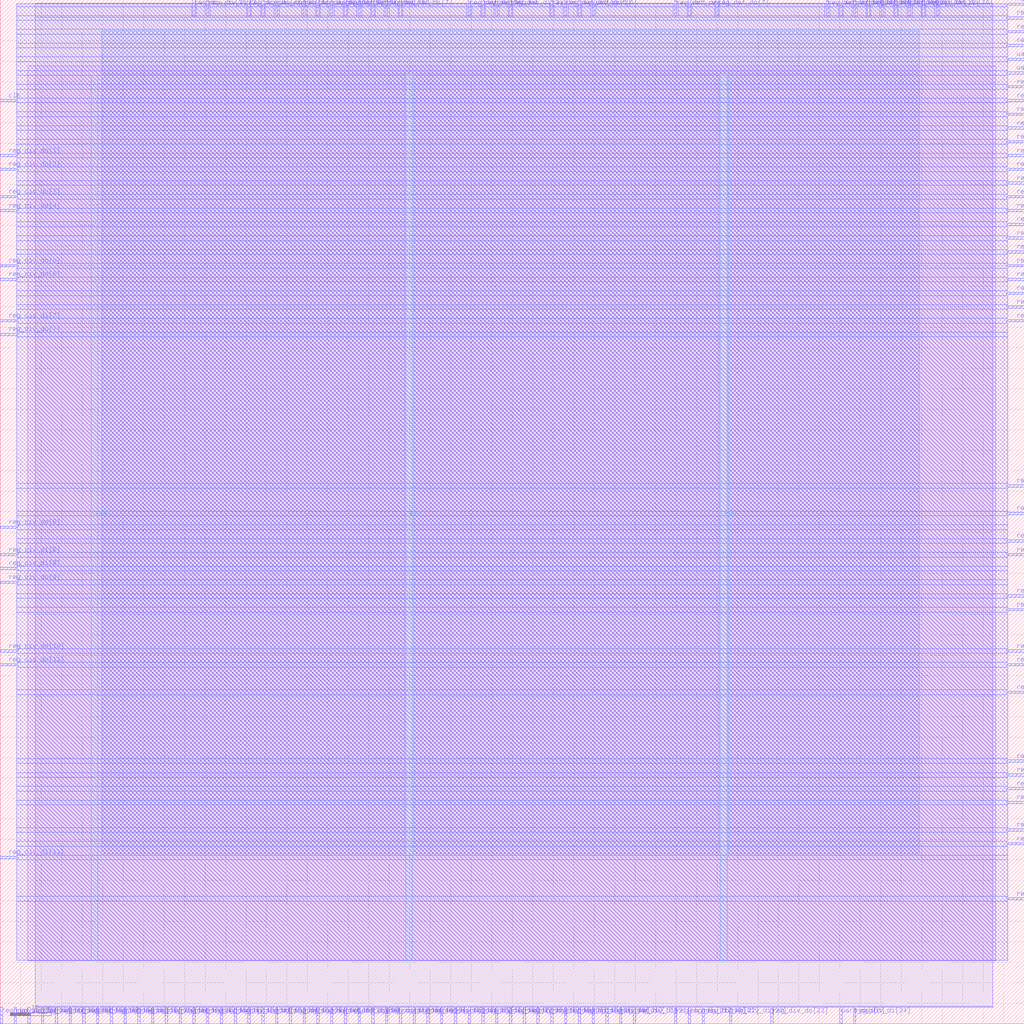
<source format=lef>
VERSION 5.7 ;
  NOWIREEXTENSIONATPIN ON ;
  DIVIDERCHAR "/" ;
  BUSBITCHARS "[]" ;
MACRO simpleuart
  CLASS BLOCK ;
  FOREIGN simpleuart ;
  ORIGIN 0.000 0.000 ;
  SIZE 250.000 BY 250.000 ;
  PIN clk
    DIRECTION INPUT ;
    USE SIGNAL ;
    ANTENNAGATEAREA 4.738000 ;
    ANTENNADIFFAREA 0.410400 ;
    PORT
      LAYER Metal3 ;
        RECT 0.000 225.120 4.000 225.680 ;
    END
  END clk
  PIN reg_dat_di[0]
    DIRECTION INPUT ;
    USE SIGNAL ;
    ANTENNAGATEAREA 0.741000 ;
    ANTENNADIFFAREA 0.410400 ;
    PORT
      LAYER Metal2 ;
        RECT 137.760 246.000 138.320 250.000 ;
    END
  END reg_dat_di[0]
  PIN reg_dat_di[10]
    DIRECTION INPUT ;
    USE SIGNAL ;
    PORT
      LAYER Metal2 ;
        RECT 114.240 0.000 114.800 4.000 ;
    END
  END reg_dat_di[10]
  PIN reg_dat_di[11]
    DIRECTION INPUT ;
    USE SIGNAL ;
    PORT
      LAYER Metal2 ;
        RECT 6.720 0.000 7.280 4.000 ;
    END
  END reg_dat_di[11]
  PIN reg_dat_di[12]
    DIRECTION INPUT ;
    USE SIGNAL ;
    PORT
      LAYER Metal2 ;
        RECT 104.160 0.000 104.720 4.000 ;
    END
  END reg_dat_di[12]
  PIN reg_dat_di[13]
    DIRECTION INPUT ;
    USE SIGNAL ;
    PORT
      LAYER Metal2 ;
        RECT 16.800 0.000 17.360 4.000 ;
    END
  END reg_dat_di[13]
  PIN reg_dat_di[14]
    DIRECTION INPUT ;
    USE SIGNAL ;
    PORT
      LAYER Metal2 ;
        RECT 26.880 0.000 27.440 4.000 ;
    END
  END reg_dat_di[14]
  PIN reg_dat_di[15]
    DIRECTION INPUT ;
    USE SIGNAL ;
    PORT
      LAYER Metal2 ;
        RECT 23.520 0.000 24.080 4.000 ;
    END
  END reg_dat_di[15]
  PIN reg_dat_di[16]
    DIRECTION INPUT ;
    USE SIGNAL ;
    PORT
      LAYER Metal2 ;
        RECT 20.160 0.000 20.720 4.000 ;
    END
  END reg_dat_di[16]
  PIN reg_dat_di[17]
    DIRECTION INPUT ;
    USE SIGNAL ;
    PORT
      LAYER Metal2 ;
        RECT 151.200 0.000 151.760 4.000 ;
    END
  END reg_dat_di[17]
  PIN reg_dat_di[18]
    DIRECTION INPUT ;
    USE SIGNAL ;
    PORT
      LAYER Metal2 ;
        RECT 84.000 0.000 84.560 4.000 ;
    END
  END reg_dat_di[18]
  PIN reg_dat_di[19]
    DIRECTION INPUT ;
    USE SIGNAL ;
    PORT
      LAYER Metal2 ;
        RECT 30.240 0.000 30.800 4.000 ;
    END
  END reg_dat_di[19]
  PIN reg_dat_di[1]
    DIRECTION INPUT ;
    USE SIGNAL ;
    ANTENNAGATEAREA 0.741000 ;
    ANTENNADIFFAREA 0.410400 ;
    PORT
      LAYER Metal2 ;
        RECT 141.120 246.000 141.680 250.000 ;
    END
  END reg_dat_di[1]
  PIN reg_dat_di[20]
    DIRECTION INPUT ;
    USE SIGNAL ;
    PORT
      LAYER Metal2 ;
        RECT 33.600 0.000 34.160 4.000 ;
    END
  END reg_dat_di[20]
  PIN reg_dat_di[21]
    DIRECTION INPUT ;
    USE SIGNAL ;
    PORT
      LAYER Metal2 ;
        RECT 90.720 0.000 91.280 4.000 ;
    END
  END reg_dat_di[21]
  PIN reg_dat_di[22]
    DIRECTION INPUT ;
    USE SIGNAL ;
    PORT
      LAYER Metal2 ;
        RECT 124.320 0.000 124.880 4.000 ;
    END
  END reg_dat_di[22]
  PIN reg_dat_di[23]
    DIRECTION INPUT ;
    USE SIGNAL ;
    PORT
      LAYER Metal2 ;
        RECT 43.680 0.000 44.240 4.000 ;
    END
  END reg_dat_di[23]
  PIN reg_dat_di[24]
    DIRECTION INPUT ;
    USE SIGNAL ;
    PORT
      LAYER Metal2 ;
        RECT 3.360 0.000 3.920 4.000 ;
    END
  END reg_dat_di[24]
  PIN reg_dat_di[25]
    DIRECTION INPUT ;
    USE SIGNAL ;
    PORT
      LAYER Metal2 ;
        RECT 13.440 0.000 14.000 4.000 ;
    END
  END reg_dat_di[25]
  PIN reg_dat_di[26]
    DIRECTION INPUT ;
    USE SIGNAL ;
    PORT
      LAYER Metal2 ;
        RECT 0.000 0.000 0.560 4.000 ;
    END
  END reg_dat_di[26]
  PIN reg_dat_di[27]
    DIRECTION INPUT ;
    USE SIGNAL ;
    PORT
      LAYER Metal2 ;
        RECT 110.880 0.000 111.440 4.000 ;
    END
  END reg_dat_di[27]
  PIN reg_dat_di[28]
    DIRECTION INPUT ;
    USE SIGNAL ;
    PORT
      LAYER Metal2 ;
        RECT 70.560 0.000 71.120 4.000 ;
    END
  END reg_dat_di[28]
  PIN reg_dat_di[29]
    DIRECTION INPUT ;
    USE SIGNAL ;
    PORT
      LAYER Metal2 ;
        RECT 63.840 0.000 64.400 4.000 ;
    END
  END reg_dat_di[29]
  PIN reg_dat_di[2]
    DIRECTION INPUT ;
    USE SIGNAL ;
    ANTENNAGATEAREA 0.741000 ;
    ANTENNADIFFAREA 0.410400 ;
    PORT
      LAYER Metal2 ;
        RECT 124.320 246.000 124.880 250.000 ;
    END
  END reg_dat_di[2]
  PIN reg_dat_di[30]
    DIRECTION INPUT ;
    USE SIGNAL ;
    PORT
      LAYER Metal2 ;
        RECT 10.080 0.000 10.640 4.000 ;
    END
  END reg_dat_di[30]
  PIN reg_dat_di[31]
    DIRECTION INPUT ;
    USE SIGNAL ;
    PORT
      LAYER Metal2 ;
        RECT 80.640 0.000 81.200 4.000 ;
    END
  END reg_dat_di[31]
  PIN reg_dat_di[3]
    DIRECTION INPUT ;
    USE SIGNAL ;
    ANTENNAGATEAREA 0.741000 ;
    ANTENNADIFFAREA 0.410400 ;
    PORT
      LAYER Metal2 ;
        RECT 114.240 246.000 114.800 250.000 ;
    END
  END reg_dat_di[3]
  PIN reg_dat_di[4]
    DIRECTION INPUT ;
    USE SIGNAL ;
    ANTENNAGATEAREA 0.741000 ;
    ANTENNADIFFAREA 0.410400 ;
    PORT
      LAYER Metal2 ;
        RECT 94.080 246.000 94.640 250.000 ;
    END
  END reg_dat_di[4]
  PIN reg_dat_di[5]
    DIRECTION INPUT ;
    USE SIGNAL ;
    ANTENNAGATEAREA 0.741000 ;
    ANTENNADIFFAREA 0.410400 ;
    PORT
      LAYER Metal2 ;
        RECT 84.000 246.000 84.560 250.000 ;
    END
  END reg_dat_di[5]
  PIN reg_dat_di[6]
    DIRECTION INPUT ;
    USE SIGNAL ;
    ANTENNAGATEAREA 0.741000 ;
    ANTENNADIFFAREA 0.410400 ;
    PORT
      LAYER Metal2 ;
        RECT 87.360 246.000 87.920 250.000 ;
    END
  END reg_dat_di[6]
  PIN reg_dat_di[7]
    DIRECTION INPUT ;
    USE SIGNAL ;
    ANTENNAGATEAREA 0.741000 ;
    ANTENNADIFFAREA 0.410400 ;
    PORT
      LAYER Metal2 ;
        RECT 97.440 246.000 98.000 250.000 ;
    END
  END reg_dat_di[7]
  PIN reg_dat_di[8]
    DIRECTION INPUT ;
    USE SIGNAL ;
    PORT
      LAYER Metal2 ;
        RECT 141.120 0.000 141.680 4.000 ;
    END
  END reg_dat_di[8]
  PIN reg_dat_di[9]
    DIRECTION INPUT ;
    USE SIGNAL ;
    PORT
      LAYER Metal2 ;
        RECT 100.800 0.000 101.360 4.000 ;
    END
  END reg_dat_di[9]
  PIN reg_dat_do[0]
    DIRECTION OUTPUT TRISTATE ;
    USE SIGNAL ;
    ANTENNADIFFAREA 4.731200 ;
    PORT
      LAYER Metal3 ;
        RECT 246.000 171.360 250.000 171.920 ;
    END
  END reg_dat_do[0]
  PIN reg_dat_do[10]
    DIRECTION OUTPUT TRISTATE ;
    USE SIGNAL ;
    ANTENNADIFFAREA 4.731200 ;
    PORT
      LAYER Metal3 ;
        RECT 246.000 248.640 250.000 249.200 ;
    END
  END reg_dat_do[10]
  PIN reg_dat_do[11]
    DIRECTION OUTPUT TRISTATE ;
    USE SIGNAL ;
    ANTENNADIFFAREA 4.731200 ;
    PORT
      LAYER Metal3 ;
        RECT 246.000 178.080 250.000 178.640 ;
    END
  END reg_dat_do[11]
  PIN reg_dat_do[12]
    DIRECTION OUTPUT TRISTATE ;
    USE SIGNAL ;
    ANTENNADIFFAREA 4.731200 ;
    PORT
      LAYER Metal3 ;
        RECT 246.000 245.280 250.000 245.840 ;
    END
  END reg_dat_do[12]
  PIN reg_dat_do[13]
    DIRECTION OUTPUT TRISTATE ;
    USE SIGNAL ;
    ANTENNADIFFAREA 4.731200 ;
    PORT
      LAYER Metal2 ;
        RECT 225.120 246.000 225.680 250.000 ;
    END
  END reg_dat_do[13]
  PIN reg_dat_do[14]
    DIRECTION OUTPUT TRISTATE ;
    USE SIGNAL ;
    ANTENNADIFFAREA 4.731200 ;
    PORT
      LAYER Metal2 ;
        RECT 201.600 246.000 202.160 250.000 ;
    END
  END reg_dat_do[14]
  PIN reg_dat_do[15]
    DIRECTION OUTPUT TRISTATE ;
    USE SIGNAL ;
    ANTENNADIFFAREA 4.731200 ;
    PORT
      LAYER Metal3 ;
        RECT 246.000 241.920 250.000 242.480 ;
    END
  END reg_dat_do[15]
  PIN reg_dat_do[16]
    DIRECTION OUTPUT TRISTATE ;
    USE SIGNAL ;
    ANTENNADIFFAREA 4.731200 ;
    PORT
      LAYER Metal3 ;
        RECT 246.000 215.040 250.000 215.600 ;
    END
  END reg_dat_do[16]
  PIN reg_dat_do[17]
    DIRECTION OUTPUT TRISTATE ;
    USE SIGNAL ;
    ANTENNADIFFAREA 4.731200 ;
    PORT
      LAYER Metal3 ;
        RECT 246.000 221.760 250.000 222.320 ;
    END
  END reg_dat_do[17]
  PIN reg_dat_do[18]
    DIRECTION OUTPUT TRISTATE ;
    USE SIGNAL ;
    ANTENNADIFFAREA 4.731200 ;
    PORT
      LAYER Metal2 ;
        RECT 211.680 246.000 212.240 250.000 ;
    END
  END reg_dat_do[18]
  PIN reg_dat_do[19]
    DIRECTION OUTPUT TRISTATE ;
    USE SIGNAL ;
    ANTENNADIFFAREA 4.731200 ;
    PORT
      LAYER Metal3 ;
        RECT 246.000 225.120 250.000 225.680 ;
    END
  END reg_dat_do[19]
  PIN reg_dat_do[1]
    DIRECTION OUTPUT TRISTATE ;
    USE SIGNAL ;
    ANTENNADIFFAREA 4.731200 ;
    PORT
      LAYER Metal3 ;
        RECT 246.000 191.520 250.000 192.080 ;
    END
  END reg_dat_do[1]
  PIN reg_dat_do[20]
    DIRECTION OUTPUT TRISTATE ;
    USE SIGNAL ;
    ANTENNADIFFAREA 4.731200 ;
    PORT
      LAYER Metal2 ;
        RECT 221.760 246.000 222.320 250.000 ;
    END
  END reg_dat_do[20]
  PIN reg_dat_do[21]
    DIRECTION OUTPUT TRISTATE ;
    USE SIGNAL ;
    ANTENNADIFFAREA 4.731200 ;
    PORT
      LAYER Metal3 ;
        RECT 246.000 211.680 250.000 212.240 ;
    END
  END reg_dat_do[21]
  PIN reg_dat_do[22]
    DIRECTION OUTPUT TRISTATE ;
    USE SIGNAL ;
    ANTENNADIFFAREA 4.731200 ;
    PORT
      LAYER Metal3 ;
        RECT 246.000 174.720 250.000 175.280 ;
    END
  END reg_dat_do[22]
  PIN reg_dat_do[23]
    DIRECTION OUTPUT TRISTATE ;
    USE SIGNAL ;
    ANTENNADIFFAREA 4.731200 ;
    PORT
      LAYER Metal3 ;
        RECT 246.000 181.440 250.000 182.000 ;
    END
  END reg_dat_do[23]
  PIN reg_dat_do[24]
    DIRECTION OUTPUT TRISTATE ;
    USE SIGNAL ;
    ANTENNADIFFAREA 4.731200 ;
    PORT
      LAYER Metal3 ;
        RECT 246.000 228.480 250.000 229.040 ;
    END
  END reg_dat_do[24]
  PIN reg_dat_do[25]
    DIRECTION OUTPUT TRISTATE ;
    USE SIGNAL ;
    ANTENNADIFFAREA 4.731200 ;
    PORT
      LAYER Metal3 ;
        RECT 246.000 218.400 250.000 218.960 ;
    END
  END reg_dat_do[25]
  PIN reg_dat_do[26]
    DIRECTION OUTPUT TRISTATE ;
    USE SIGNAL ;
    ANTENNADIFFAREA 4.731200 ;
    PORT
      LAYER Metal2 ;
        RECT 204.960 246.000 205.520 250.000 ;
    END
  END reg_dat_do[26]
  PIN reg_dat_do[27]
    DIRECTION OUTPUT TRISTATE ;
    USE SIGNAL ;
    ANTENNADIFFAREA 4.731200 ;
    PORT
      LAYER Metal2 ;
        RECT 208.320 246.000 208.880 250.000 ;
    END
  END reg_dat_do[27]
  PIN reg_dat_do[28]
    DIRECTION OUTPUT TRISTATE ;
    USE SIGNAL ;
    ANTENNADIFFAREA 4.731200 ;
    PORT
      LAYER Metal2 ;
        RECT 215.040 246.000 215.600 250.000 ;
    END
  END reg_dat_do[28]
  PIN reg_dat_do[29]
    DIRECTION OUTPUT TRISTATE ;
    USE SIGNAL ;
    ANTENNADIFFAREA 4.731200 ;
    PORT
      LAYER Metal3 ;
        RECT 246.000 238.560 250.000 239.120 ;
    END
  END reg_dat_do[29]
  PIN reg_dat_do[2]
    DIRECTION OUTPUT TRISTATE ;
    USE SIGNAL ;
    ANTENNADIFFAREA 4.731200 ;
    PORT
      LAYER Metal3 ;
        RECT 246.000 201.600 250.000 202.160 ;
    END
  END reg_dat_do[2]
  PIN reg_dat_do[30]
    DIRECTION OUTPUT TRISTATE ;
    USE SIGNAL ;
    ANTENNADIFFAREA 4.731200 ;
    PORT
      LAYER Metal2 ;
        RECT 228.480 246.000 229.040 250.000 ;
    END
  END reg_dat_do[30]
  PIN reg_dat_do[31]
    DIRECTION OUTPUT TRISTATE ;
    USE SIGNAL ;
    ANTENNADIFFAREA 4.731200 ;
    PORT
      LAYER Metal3 ;
        RECT 246.000 188.160 250.000 188.720 ;
    END
  END reg_dat_do[31]
  PIN reg_dat_do[3]
    DIRECTION OUTPUT TRISTATE ;
    USE SIGNAL ;
    ANTENNADIFFAREA 4.731200 ;
    PORT
      LAYER Metal3 ;
        RECT 246.000 194.880 250.000 195.440 ;
    END
  END reg_dat_do[3]
  PIN reg_dat_do[4]
    DIRECTION OUTPUT TRISTATE ;
    USE SIGNAL ;
    ANTENNADIFFAREA 4.731200 ;
    PORT
      LAYER Metal3 ;
        RECT 246.000 198.240 250.000 198.800 ;
    END
  END reg_dat_do[4]
  PIN reg_dat_do[5]
    DIRECTION OUTPUT TRISTATE ;
    USE SIGNAL ;
    ANTENNADIFFAREA 4.731200 ;
    PORT
      LAYER Metal3 ;
        RECT 246.000 208.320 250.000 208.880 ;
    END
  END reg_dat_do[5]
  PIN reg_dat_do[6]
    DIRECTION OUTPUT TRISTATE ;
    USE SIGNAL ;
    ANTENNADIFFAREA 4.731200 ;
    PORT
      LAYER Metal3 ;
        RECT 246.000 184.800 250.000 185.360 ;
    END
  END reg_dat_do[6]
  PIN reg_dat_do[7]
    DIRECTION OUTPUT TRISTATE ;
    USE SIGNAL ;
    ANTENNADIFFAREA 4.731200 ;
    PORT
      LAYER Metal2 ;
        RECT 174.720 246.000 175.280 250.000 ;
    END
  END reg_dat_do[7]
  PIN reg_dat_do[8]
    DIRECTION OUTPUT TRISTATE ;
    USE SIGNAL ;
    ANTENNADIFFAREA 4.731200 ;
    PORT
      LAYER Metal2 ;
        RECT 218.400 246.000 218.960 250.000 ;
    END
  END reg_dat_do[8]
  PIN reg_dat_do[9]
    DIRECTION OUTPUT TRISTATE ;
    USE SIGNAL ;
    ANTENNADIFFAREA 4.731200 ;
    PORT
      LAYER Metal3 ;
        RECT 246.000 204.960 250.000 205.520 ;
    END
  END reg_dat_do[9]
  PIN reg_dat_re
    DIRECTION INPUT ;
    USE SIGNAL ;
    ANTENNAGATEAREA 0.741000 ;
    ANTENNADIFFAREA 0.410400 ;
    PORT
      LAYER Metal2 ;
        RECT 164.640 246.000 165.200 250.000 ;
    END
  END reg_dat_re
  PIN reg_dat_wait
    DIRECTION OUTPUT TRISTATE ;
    USE SIGNAL ;
    ANTENNADIFFAREA 4.731200 ;
    PORT
      LAYER Metal2 ;
        RECT 117.600 246.000 118.160 250.000 ;
    END
  END reg_dat_wait
  PIN reg_dat_we
    DIRECTION INPUT ;
    USE SIGNAL ;
    ANTENNAGATEAREA 0.741000 ;
    ANTENNADIFFAREA 0.410400 ;
    PORT
      LAYER Metal2 ;
        RECT 120.960 246.000 121.520 250.000 ;
    END
  END reg_dat_we
  PIN reg_div_di[0]
    DIRECTION INPUT ;
    USE SIGNAL ;
    ANTENNAGATEAREA 0.741000 ;
    ANTENNADIFFAREA 0.410400 ;
    PORT
      LAYER Metal2 ;
        RECT 63.840 246.000 64.400 250.000 ;
    END
  END reg_div_di[0]
  PIN reg_div_di[10]
    DIRECTION INPUT ;
    USE SIGNAL ;
    ANTENNAGATEAREA 0.741000 ;
    ANTENNADIFFAREA 0.410400 ;
    PORT
      LAYER Metal2 ;
        RECT 36.960 0.000 37.520 4.000 ;
    END
  END reg_div_di[10]
  PIN reg_div_di[11]
    DIRECTION INPUT ;
    USE SIGNAL ;
    ANTENNAGATEAREA 0.741000 ;
    ANTENNADIFFAREA 0.410400 ;
    PORT
      LAYER Metal3 ;
        RECT 0.000 40.320 4.000 40.880 ;
    END
  END reg_div_di[11]
  PIN reg_div_di[12]
    DIRECTION INPUT ;
    USE SIGNAL ;
    ANTENNAGATEAREA 0.741000 ;
    ANTENNADIFFAREA 0.410400 ;
    PORT
      LAYER Metal2 ;
        RECT 40.320 0.000 40.880 4.000 ;
    END
  END reg_div_di[12]
  PIN reg_div_di[13]
    DIRECTION INPUT ;
    USE SIGNAL ;
    ANTENNAGATEAREA 0.741000 ;
    ANTENNADIFFAREA 0.410400 ;
    PORT
      LAYER Metal2 ;
        RECT 47.040 0.000 47.600 4.000 ;
    END
  END reg_div_di[13]
  PIN reg_div_di[14]
    DIRECTION INPUT ;
    USE SIGNAL ;
    ANTENNAGATEAREA 0.741000 ;
    ANTENNADIFFAREA 0.410400 ;
    PORT
      LAYER Metal2 ;
        RECT 57.120 0.000 57.680 4.000 ;
    END
  END reg_div_di[14]
  PIN reg_div_di[15]
    DIRECTION INPUT ;
    USE SIGNAL ;
    ANTENNAGATEAREA 0.741000 ;
    ANTENNADIFFAREA 0.410400 ;
    PORT
      LAYER Metal2 ;
        RECT 67.200 0.000 67.760 4.000 ;
    END
  END reg_div_di[15]
  PIN reg_div_di[16]
    DIRECTION INPUT ;
    USE SIGNAL ;
    ANTENNAGATEAREA 0.741000 ;
    ANTENNADIFFAREA 0.410400 ;
    PORT
      LAYER Metal2 ;
        RECT 97.440 0.000 98.000 4.000 ;
    END
  END reg_div_di[16]
  PIN reg_div_di[17]
    DIRECTION INPUT ;
    USE SIGNAL ;
    ANTENNAGATEAREA 0.741000 ;
    ANTENNADIFFAREA 0.410400 ;
    PORT
      LAYER Metal2 ;
        RECT 107.520 0.000 108.080 4.000 ;
    END
  END reg_div_di[17]
  PIN reg_div_di[18]
    DIRECTION INPUT ;
    USE SIGNAL ;
    ANTENNAGATEAREA 0.741000 ;
    ANTENNADIFFAREA 0.410400 ;
    PORT
      LAYER Metal2 ;
        RECT 117.600 0.000 118.160 4.000 ;
    END
  END reg_div_di[18]
  PIN reg_div_di[19]
    DIRECTION INPUT ;
    USE SIGNAL ;
    ANTENNAGATEAREA 0.741000 ;
    ANTENNADIFFAREA 0.410400 ;
    PORT
      LAYER Metal2 ;
        RECT 131.040 0.000 131.600 4.000 ;
    END
  END reg_div_di[19]
  PIN reg_div_di[1]
    DIRECTION INPUT ;
    USE SIGNAL ;
    ANTENNAGATEAREA 0.741000 ;
    ANTENNADIFFAREA 0.410400 ;
    PORT
      LAYER Metal2 ;
        RECT 67.200 246.000 67.760 250.000 ;
    END
  END reg_div_di[1]
  PIN reg_div_di[20]
    DIRECTION INPUT ;
    USE SIGNAL ;
    ANTENNAGATEAREA 0.741000 ;
    ANTENNADIFFAREA 0.410400 ;
    PORT
      LAYER Metal2 ;
        RECT 144.480 0.000 145.040 4.000 ;
    END
  END reg_div_di[20]
  PIN reg_div_di[21]
    DIRECTION INPUT ;
    USE SIGNAL ;
    ANTENNAGATEAREA 0.741000 ;
    ANTENNADIFFAREA 0.410400 ;
    PORT
      LAYER Metal2 ;
        RECT 154.560 0.000 155.120 4.000 ;
    END
  END reg_div_di[21]
  PIN reg_div_di[22]
    DIRECTION INPUT ;
    USE SIGNAL ;
    ANTENNAGATEAREA 0.741000 ;
    ANTENNADIFFAREA 0.410400 ;
    PORT
      LAYER Metal2 ;
        RECT 168.000 0.000 168.560 4.000 ;
    END
  END reg_div_di[22]
  PIN reg_div_di[23]
    DIRECTION INPUT ;
    USE SIGNAL ;
    ANTENNAGATEAREA 0.741000 ;
    ANTENNADIFFAREA 0.410400 ;
    PORT
      LAYER Metal2 ;
        RECT 178.080 0.000 178.640 4.000 ;
    END
  END reg_div_di[23]
  PIN reg_div_di[24]
    DIRECTION INPUT ;
    USE SIGNAL ;
    ANTENNAGATEAREA 0.741000 ;
    ANTENNADIFFAREA 0.410400 ;
    PORT
      LAYER Metal2 ;
        RECT 208.320 0.000 208.880 4.000 ;
    END
  END reg_div_di[24]
  PIN reg_div_di[25]
    DIRECTION INPUT ;
    USE SIGNAL ;
    ANTENNAGATEAREA 0.741000 ;
    ANTENNADIFFAREA 0.410400 ;
    PORT
      LAYER Metal3 ;
        RECT 246.000 43.680 250.000 44.240 ;
    END
  END reg_div_di[25]
  PIN reg_div_di[26]
    DIRECTION INPUT ;
    USE SIGNAL ;
    ANTENNAGATEAREA 0.741000 ;
    ANTENNADIFFAREA 0.410400 ;
    PORT
      LAYER Metal3 ;
        RECT 246.000 53.760 250.000 54.320 ;
    END
  END reg_div_di[26]
  PIN reg_div_di[27]
    DIRECTION INPUT ;
    USE SIGNAL ;
    ANTENNAGATEAREA 0.741000 ;
    ANTENNADIFFAREA 0.410400 ;
    PORT
      LAYER Metal3 ;
        RECT 246.000 87.360 250.000 87.920 ;
    END
  END reg_div_di[27]
  PIN reg_div_di[28]
    DIRECTION INPUT ;
    USE SIGNAL ;
    ANTENNAGATEAREA 0.741000 ;
    ANTENNADIFFAREA 0.410400 ;
    PORT
      LAYER Metal3 ;
        RECT 246.000 104.160 250.000 104.720 ;
    END
  END reg_div_di[28]
  PIN reg_div_di[29]
    DIRECTION INPUT ;
    USE SIGNAL ;
    ANTENNAGATEAREA 0.741000 ;
    ANTENNADIFFAREA 0.410400 ;
    PORT
      LAYER Metal3 ;
        RECT 246.000 117.600 250.000 118.160 ;
    END
  END reg_div_di[29]
  PIN reg_div_di[2]
    DIRECTION INPUT ;
    USE SIGNAL ;
    ANTENNAGATEAREA 0.741000 ;
    ANTENNADIFFAREA 0.410400 ;
    PORT
      LAYER Metal2 ;
        RECT 50.400 246.000 50.960 250.000 ;
    END
  END reg_div_di[2]
  PIN reg_div_di[30]
    DIRECTION INPUT ;
    USE SIGNAL ;
    ANTENNAGATEAREA 0.741000 ;
    ANTENNADIFFAREA 0.410400 ;
    PORT
      LAYER Metal3 ;
        RECT 246.000 124.320 250.000 124.880 ;
    END
  END reg_div_di[30]
  PIN reg_div_di[31]
    DIRECTION INPUT ;
    USE SIGNAL ;
    ANTENNAGATEAREA 0.741000 ;
    ANTENNADIFFAREA 0.410400 ;
    PORT
      LAYER Metal3 ;
        RECT 246.000 60.480 250.000 61.040 ;
    END
  END reg_div_di[31]
  PIN reg_div_di[3]
    DIRECTION INPUT ;
    USE SIGNAL ;
    ANTENNAGATEAREA 0.741000 ;
    ANTENNADIFFAREA 0.410400 ;
    PORT
      LAYER Metal2 ;
        RECT 47.040 246.000 47.600 250.000 ;
    END
  END reg_div_di[3]
  PIN reg_div_di[4]
    DIRECTION INPUT ;
    USE SIGNAL ;
    ANTENNAGATEAREA 0.741000 ;
    ANTENNADIFFAREA 0.410400 ;
    PORT
      LAYER Metal2 ;
        RECT 60.480 246.000 61.040 250.000 ;
    END
  END reg_div_di[4]
  PIN reg_div_di[5]
    DIRECTION INPUT ;
    USE SIGNAL ;
    ANTENNAGATEAREA 0.741000 ;
    ANTENNADIFFAREA 0.410400 ;
    PORT
      LAYER Metal2 ;
        RECT 77.280 246.000 77.840 250.000 ;
    END
  END reg_div_di[5]
  PIN reg_div_di[6]
    DIRECTION INPUT ;
    USE SIGNAL ;
    ANTENNAGATEAREA 0.741000 ;
    ANTENNADIFFAREA 0.410400 ;
    PORT
      LAYER Metal2 ;
        RECT 73.920 246.000 74.480 250.000 ;
    END
  END reg_div_di[6]
  PIN reg_div_di[7]
    DIRECTION INPUT ;
    USE SIGNAL ;
    ANTENNAGATEAREA 0.741000 ;
    ANTENNADIFFAREA 0.410400 ;
    PORT
      LAYER Metal3 ;
        RECT 0.000 171.360 4.000 171.920 ;
    END
  END reg_div_di[7]
  PIN reg_div_di[8]
    DIRECTION INPUT ;
    USE SIGNAL ;
    ANTENNAGATEAREA 0.741000 ;
    ANTENNADIFFAREA 0.410400 ;
    PORT
      LAYER Metal3 ;
        RECT 0.000 114.240 4.000 114.800 ;
    END
  END reg_div_di[8]
  PIN reg_div_di[9]
    DIRECTION INPUT ;
    USE SIGNAL ;
    ANTENNAGATEAREA 0.741000 ;
    ANTENNADIFFAREA 0.410400 ;
    PORT
      LAYER Metal3 ;
        RECT 0.000 110.880 4.000 111.440 ;
    END
  END reg_div_di[9]
  PIN reg_div_do[0]
    DIRECTION OUTPUT TRISTATE ;
    USE SIGNAL ;
    ANTENNADIFFAREA 4.731200 ;
    PORT
      LAYER Metal3 ;
        RECT 0.000 184.800 4.000 185.360 ;
    END
  END reg_div_do[0]
  PIN reg_div_do[10]
    DIRECTION OUTPUT TRISTATE ;
    USE SIGNAL ;
    ANTENNADIFFAREA 4.731200 ;
    PORT
      LAYER Metal3 ;
        RECT 0.000 90.720 4.000 91.280 ;
    END
  END reg_div_do[10]
  PIN reg_div_do[11]
    DIRECTION OUTPUT TRISTATE ;
    USE SIGNAL ;
    ANTENNADIFFAREA 4.731200 ;
    PORT
      LAYER Metal3 ;
        RECT 0.000 87.360 4.000 87.920 ;
    END
  END reg_div_do[11]
  PIN reg_div_do[12]
    DIRECTION OUTPUT TRISTATE ;
    USE SIGNAL ;
    ANTENNADIFFAREA 4.731200 ;
    PORT
      LAYER Metal2 ;
        RECT 53.760 0.000 54.320 4.000 ;
    END
  END reg_div_do[12]
  PIN reg_div_do[13]
    DIRECTION OUTPUT TRISTATE ;
    USE SIGNAL ;
    ANTENNADIFFAREA 4.731200 ;
    PORT
      LAYER Metal2 ;
        RECT 60.480 0.000 61.040 4.000 ;
    END
  END reg_div_do[13]
  PIN reg_div_do[14]
    DIRECTION OUTPUT TRISTATE ;
    USE SIGNAL ;
    ANTENNADIFFAREA 4.731200 ;
    PORT
      LAYER Metal2 ;
        RECT 73.920 0.000 74.480 4.000 ;
    END
  END reg_div_do[14]
  PIN reg_div_do[15]
    DIRECTION OUTPUT TRISTATE ;
    USE SIGNAL ;
    ANTENNADIFFAREA 4.731200 ;
    PORT
      LAYER Metal2 ;
        RECT 77.280 0.000 77.840 4.000 ;
    END
  END reg_div_do[15]
  PIN reg_div_do[16]
    DIRECTION OUTPUT TRISTATE ;
    USE SIGNAL ;
    ANTENNADIFFAREA 4.731200 ;
    PORT
      LAYER Metal2 ;
        RECT 94.080 0.000 94.640 4.000 ;
    END
  END reg_div_do[16]
  PIN reg_div_do[17]
    DIRECTION OUTPUT TRISTATE ;
    USE SIGNAL ;
    ANTENNADIFFAREA 4.731200 ;
    PORT
      LAYER Metal2 ;
        RECT 120.960 0.000 121.520 4.000 ;
    END
  END reg_div_do[17]
  PIN reg_div_do[18]
    DIRECTION OUTPUT TRISTATE ;
    USE SIGNAL ;
    ANTENNADIFFAREA 4.731200 ;
    PORT
      LAYER Metal2 ;
        RECT 127.680 0.000 128.240 4.000 ;
    END
  END reg_div_do[18]
  PIN reg_div_do[19]
    DIRECTION OUTPUT TRISTATE ;
    USE SIGNAL ;
    ANTENNADIFFAREA 4.731200 ;
    PORT
      LAYER Metal2 ;
        RECT 137.760 0.000 138.320 4.000 ;
    END
  END reg_div_do[19]
  PIN reg_div_do[1]
    DIRECTION OUTPUT TRISTATE ;
    USE SIGNAL ;
    ANTENNADIFFAREA 4.731200 ;
    PORT
      LAYER Metal3 ;
        RECT 0.000 211.680 4.000 212.240 ;
    END
  END reg_div_do[1]
  PIN reg_div_do[20]
    DIRECTION OUTPUT TRISTATE ;
    USE SIGNAL ;
    ANTENNADIFFAREA 4.731200 ;
    PORT
      LAYER Metal2 ;
        RECT 147.840 0.000 148.400 4.000 ;
    END
  END reg_div_do[20]
  PIN reg_div_do[21]
    DIRECTION OUTPUT TRISTATE ;
    USE SIGNAL ;
    ANTENNADIFFAREA 4.731200 ;
    PORT
      LAYER Metal2 ;
        RECT 164.640 0.000 165.200 4.000 ;
    END
  END reg_div_do[21]
  PIN reg_div_do[22]
    DIRECTION OUTPUT TRISTATE ;
    USE SIGNAL ;
    ANTENNADIFFAREA 4.731200 ;
    PORT
      LAYER Metal2 ;
        RECT 171.360 0.000 171.920 4.000 ;
    END
  END reg_div_do[22]
  PIN reg_div_do[23]
    DIRECTION OUTPUT TRISTATE ;
    USE SIGNAL ;
    ANTENNADIFFAREA 4.731200 ;
    PORT
      LAYER Metal2 ;
        RECT 188.160 0.000 188.720 4.000 ;
    END
  END reg_div_do[23]
  PIN reg_div_do[24]
    DIRECTION OUTPUT TRISTATE ;
    USE SIGNAL ;
    ANTENNADIFFAREA 4.731200 ;
    PORT
      LAYER Metal3 ;
        RECT 246.000 30.240 250.000 30.800 ;
    END
  END reg_div_do[24]
  PIN reg_div_do[25]
    DIRECTION OUTPUT TRISTATE ;
    USE SIGNAL ;
    ANTENNADIFFAREA 4.731200 ;
    PORT
      LAYER Metal3 ;
        RECT 246.000 47.040 250.000 47.600 ;
    END
  END reg_div_do[25]
  PIN reg_div_do[26]
    DIRECTION OUTPUT TRISTATE ;
    USE SIGNAL ;
    ANTENNADIFFAREA 4.731200 ;
    PORT
      LAYER Metal3 ;
        RECT 246.000 57.120 250.000 57.680 ;
    END
  END reg_div_do[26]
  PIN reg_div_do[27]
    DIRECTION OUTPUT TRISTATE ;
    USE SIGNAL ;
    ANTENNADIFFAREA 4.731200 ;
    PORT
      LAYER Metal3 ;
        RECT 246.000 80.640 250.000 81.200 ;
    END
  END reg_div_do[27]
  PIN reg_div_do[28]
    DIRECTION OUTPUT TRISTATE ;
    USE SIGNAL ;
    ANTENNADIFFAREA 4.731200 ;
    PORT
      LAYER Metal3 ;
        RECT 246.000 100.800 250.000 101.360 ;
    END
  END reg_div_do[28]
  PIN reg_div_do[29]
    DIRECTION OUTPUT TRISTATE ;
    USE SIGNAL ;
    ANTENNADIFFAREA 4.731200 ;
    PORT
      LAYER Metal3 ;
        RECT 246.000 114.240 250.000 114.800 ;
    END
  END reg_div_do[29]
  PIN reg_div_do[2]
    DIRECTION OUTPUT TRISTATE ;
    USE SIGNAL ;
    ANTENNADIFFAREA 4.731200 ;
    PORT
      LAYER Metal3 ;
        RECT 0.000 208.320 4.000 208.880 ;
    END
  END reg_div_do[2]
  PIN reg_div_do[30]
    DIRECTION OUTPUT TRISTATE ;
    USE SIGNAL ;
    ANTENNADIFFAREA 4.731200 ;
    PORT
      LAYER Metal3 ;
        RECT 246.000 131.040 250.000 131.600 ;
    END
  END reg_div_do[30]
  PIN reg_div_do[31]
    DIRECTION OUTPUT TRISTATE ;
    USE SIGNAL ;
    ANTENNADIFFAREA 4.731200 ;
    PORT
      LAYER Metal3 ;
        RECT 246.000 63.840 250.000 64.400 ;
    END
  END reg_div_do[31]
  PIN reg_div_do[3]
    DIRECTION OUTPUT TRISTATE ;
    USE SIGNAL ;
    ANTENNADIFFAREA 4.731200 ;
    PORT
      LAYER Metal3 ;
        RECT 0.000 201.600 4.000 202.160 ;
    END
  END reg_div_do[3]
  PIN reg_div_do[4]
    DIRECTION OUTPUT TRISTATE ;
    USE SIGNAL ;
    ANTENNADIFFAREA 4.731200 ;
    PORT
      LAYER Metal3 ;
        RECT 0.000 198.240 4.000 198.800 ;
    END
  END reg_div_do[4]
  PIN reg_div_do[5]
    DIRECTION OUTPUT TRISTATE ;
    USE SIGNAL ;
    ANTENNADIFFAREA 4.731200 ;
    PORT
      LAYER Metal2 ;
        RECT 80.640 246.000 81.200 250.000 ;
    END
  END reg_div_do[5]
  PIN reg_div_do[6]
    DIRECTION OUTPUT TRISTATE ;
    USE SIGNAL ;
    ANTENNADIFFAREA 4.731200 ;
    PORT
      LAYER Metal3 ;
        RECT 0.000 181.440 4.000 182.000 ;
    END
  END reg_div_do[6]
  PIN reg_div_do[7]
    DIRECTION OUTPUT TRISTATE ;
    USE SIGNAL ;
    ANTENNADIFFAREA 4.731200 ;
    PORT
      LAYER Metal3 ;
        RECT 0.000 168.000 4.000 168.560 ;
    END
  END reg_div_do[7]
  PIN reg_div_do[8]
    DIRECTION OUTPUT TRISTATE ;
    USE SIGNAL ;
    ANTENNADIFFAREA 4.731200 ;
    PORT
      LAYER Metal3 ;
        RECT 0.000 120.960 4.000 121.520 ;
    END
  END reg_div_do[8]
  PIN reg_div_do[9]
    DIRECTION OUTPUT TRISTATE ;
    USE SIGNAL ;
    ANTENNADIFFAREA 4.731200 ;
    PORT
      LAYER Metal3 ;
        RECT 0.000 107.520 4.000 108.080 ;
    END
  END reg_div_do[9]
  PIN reg_div_we[0]
    DIRECTION INPUT ;
    USE SIGNAL ;
    ANTENNAGATEAREA 0.741000 ;
    ANTENNADIFFAREA 0.410400 ;
    PORT
      LAYER Metal2 ;
        RECT 90.720 246.000 91.280 250.000 ;
    END
  END reg_div_we[0]
  PIN reg_div_we[1]
    DIRECTION INPUT ;
    USE SIGNAL ;
    ANTENNAGATEAREA 0.741000 ;
    ANTENNADIFFAREA 0.410400 ;
    PORT
      LAYER Metal2 ;
        RECT 50.400 0.000 50.960 4.000 ;
    END
  END reg_div_we[1]
  PIN reg_div_we[2]
    DIRECTION INPUT ;
    USE SIGNAL ;
    ANTENNAGATEAREA 0.741000 ;
    ANTENNADIFFAREA 0.410400 ;
    PORT
      LAYER Metal2 ;
        RECT 134.400 0.000 134.960 4.000 ;
    END
  END reg_div_we[2]
  PIN reg_div_we[3]
    DIRECTION INPUT ;
    USE SIGNAL ;
    ANTENNAGATEAREA 0.741000 ;
    ANTENNADIFFAREA 0.410400 ;
    PORT
      LAYER Metal3 ;
        RECT 246.000 90.720 250.000 91.280 ;
    END
  END reg_div_we[3]
  PIN resetn
    DIRECTION INPUT ;
    USE SIGNAL ;
    ANTENNAGATEAREA 0.741000 ;
    ANTENNADIFFAREA 0.410400 ;
    PORT
      LAYER Metal2 ;
        RECT 134.400 246.000 134.960 250.000 ;
    END
  END resetn
  PIN uart_in[0]
    DIRECTION INPUT ;
    USE SIGNAL ;
    PORT
      LAYER Metal2 ;
        RECT 87.360 0.000 87.920 4.000 ;
    END
  END uart_in[0]
  PIN uart_in[1]
    DIRECTION INPUT ;
    USE SIGNAL ;
    ANTENNAGATEAREA 0.741000 ;
    ANTENNADIFFAREA 0.410400 ;
    PORT
      LAYER Metal2 ;
        RECT 168.000 246.000 168.560 250.000 ;
    END
  END uart_in[1]
  PIN uart_oeb[0]
    DIRECTION OUTPUT TRISTATE ;
    USE SIGNAL ;
    ANTENNADIFFAREA 0.360800 ;
    PORT
      LAYER Metal2 ;
        RECT 204.960 0.000 205.520 4.000 ;
    END
  END uart_oeb[0]
  PIN uart_oeb[1]
    DIRECTION OUTPUT TRISTATE ;
    USE SIGNAL ;
    ANTENNADIFFAREA 0.536800 ;
    PORT
      LAYER Metal3 ;
        RECT 246.000 235.200 250.000 235.760 ;
    END
  END uart_oeb[1]
  PIN uart_out[0]
    DIRECTION OUTPUT TRISTATE ;
    USE SIGNAL ;
    ANTENNADIFFAREA 4.731200 ;
    PORT
      LAYER Metal2 ;
        RECT 144.480 246.000 145.040 250.000 ;
    END
  END uart_out[0]
  PIN uart_out[1]
    DIRECTION OUTPUT TRISTATE ;
    USE SIGNAL ;
    ANTENNADIFFAREA 0.360800 ;
    PORT
      LAYER Metal3 ;
        RECT 246.000 231.840 250.000 232.400 ;
    END
  END uart_out[1]
  PIN vdd
    DIRECTION INOUT ;
    USE POWER ;
    PORT
      LAYER Metal4 ;
        RECT 22.240 15.380 23.840 231.580 ;
    END
    PORT
      LAYER Metal4 ;
        RECT 175.840 15.380 177.440 231.580 ;
    END
  END vdd
  PIN vss
    DIRECTION INOUT ;
    USE GROUND ;
    PORT
      LAYER Metal4 ;
        RECT 99.040 15.380 100.640 231.580 ;
    END
  END vss
  OBS
      LAYER Metal1 ;
        RECT 6.720 15.380 243.040 233.930 ;
      LAYER Metal2 ;
        RECT 8.540 245.700 46.740 249.110 ;
        RECT 47.900 245.700 50.100 249.110 ;
        RECT 51.260 245.700 60.180 249.110 ;
        RECT 61.340 245.700 63.540 249.110 ;
        RECT 64.700 245.700 66.900 249.110 ;
        RECT 68.060 245.700 73.620 249.110 ;
        RECT 74.780 245.700 76.980 249.110 ;
        RECT 78.140 245.700 80.340 249.110 ;
        RECT 81.500 245.700 83.700 249.110 ;
        RECT 84.860 245.700 87.060 249.110 ;
        RECT 88.220 245.700 90.420 249.110 ;
        RECT 91.580 245.700 93.780 249.110 ;
        RECT 94.940 245.700 97.140 249.110 ;
        RECT 98.300 245.700 113.940 249.110 ;
        RECT 115.100 245.700 117.300 249.110 ;
        RECT 118.460 245.700 120.660 249.110 ;
        RECT 121.820 245.700 124.020 249.110 ;
        RECT 125.180 245.700 134.100 249.110 ;
        RECT 135.260 245.700 137.460 249.110 ;
        RECT 138.620 245.700 140.820 249.110 ;
        RECT 141.980 245.700 144.180 249.110 ;
        RECT 145.340 245.700 164.340 249.110 ;
        RECT 165.500 245.700 167.700 249.110 ;
        RECT 168.860 245.700 174.420 249.110 ;
        RECT 175.580 245.700 201.300 249.110 ;
        RECT 202.460 245.700 204.660 249.110 ;
        RECT 205.820 245.700 208.020 249.110 ;
        RECT 209.180 245.700 211.380 249.110 ;
        RECT 212.540 245.700 214.740 249.110 ;
        RECT 215.900 245.700 218.100 249.110 ;
        RECT 219.260 245.700 221.460 249.110 ;
        RECT 222.620 245.700 224.820 249.110 ;
        RECT 225.980 245.700 228.180 249.110 ;
        RECT 229.340 245.700 242.340 249.110 ;
        RECT 8.540 4.300 242.340 245.700 ;
        RECT 8.540 4.000 9.780 4.300 ;
        RECT 10.940 4.000 13.140 4.300 ;
        RECT 14.300 4.000 16.500 4.300 ;
        RECT 17.660 4.000 19.860 4.300 ;
        RECT 21.020 4.000 23.220 4.300 ;
        RECT 24.380 4.000 26.580 4.300 ;
        RECT 27.740 4.000 29.940 4.300 ;
        RECT 31.100 4.000 33.300 4.300 ;
        RECT 34.460 4.000 36.660 4.300 ;
        RECT 37.820 4.000 40.020 4.300 ;
        RECT 41.180 4.000 43.380 4.300 ;
        RECT 44.540 4.000 46.740 4.300 ;
        RECT 47.900 4.000 50.100 4.300 ;
        RECT 51.260 4.000 53.460 4.300 ;
        RECT 54.620 4.000 56.820 4.300 ;
        RECT 57.980 4.000 60.180 4.300 ;
        RECT 61.340 4.000 63.540 4.300 ;
        RECT 64.700 4.000 66.900 4.300 ;
        RECT 68.060 4.000 70.260 4.300 ;
        RECT 71.420 4.000 73.620 4.300 ;
        RECT 74.780 4.000 76.980 4.300 ;
        RECT 78.140 4.000 80.340 4.300 ;
        RECT 81.500 4.000 83.700 4.300 ;
        RECT 84.860 4.000 87.060 4.300 ;
        RECT 88.220 4.000 90.420 4.300 ;
        RECT 91.580 4.000 93.780 4.300 ;
        RECT 94.940 4.000 97.140 4.300 ;
        RECT 98.300 4.000 100.500 4.300 ;
        RECT 101.660 4.000 103.860 4.300 ;
        RECT 105.020 4.000 107.220 4.300 ;
        RECT 108.380 4.000 110.580 4.300 ;
        RECT 111.740 4.000 113.940 4.300 ;
        RECT 115.100 4.000 117.300 4.300 ;
        RECT 118.460 4.000 120.660 4.300 ;
        RECT 121.820 4.000 124.020 4.300 ;
        RECT 125.180 4.000 127.380 4.300 ;
        RECT 128.540 4.000 130.740 4.300 ;
        RECT 131.900 4.000 134.100 4.300 ;
        RECT 135.260 4.000 137.460 4.300 ;
        RECT 138.620 4.000 140.820 4.300 ;
        RECT 141.980 4.000 144.180 4.300 ;
        RECT 145.340 4.000 147.540 4.300 ;
        RECT 148.700 4.000 150.900 4.300 ;
        RECT 152.060 4.000 154.260 4.300 ;
        RECT 155.420 4.000 164.340 4.300 ;
        RECT 165.500 4.000 167.700 4.300 ;
        RECT 168.860 4.000 171.060 4.300 ;
        RECT 172.220 4.000 177.780 4.300 ;
        RECT 178.940 4.000 187.860 4.300 ;
        RECT 189.020 4.000 204.660 4.300 ;
        RECT 205.820 4.000 208.020 4.300 ;
        RECT 209.180 4.000 242.340 4.300 ;
      LAYER Metal3 ;
        RECT 4.000 248.340 245.700 249.060 ;
        RECT 4.000 246.140 246.000 248.340 ;
        RECT 4.000 244.980 245.700 246.140 ;
        RECT 4.000 242.780 246.000 244.980 ;
        RECT 4.000 241.620 245.700 242.780 ;
        RECT 4.000 239.420 246.000 241.620 ;
        RECT 4.000 238.260 245.700 239.420 ;
        RECT 4.000 236.060 246.000 238.260 ;
        RECT 4.000 234.900 245.700 236.060 ;
        RECT 4.000 232.700 246.000 234.900 ;
        RECT 4.000 231.540 245.700 232.700 ;
        RECT 4.000 229.340 246.000 231.540 ;
        RECT 4.000 228.180 245.700 229.340 ;
        RECT 4.000 225.980 246.000 228.180 ;
        RECT 4.300 224.820 245.700 225.980 ;
        RECT 4.000 222.620 246.000 224.820 ;
        RECT 4.000 221.460 245.700 222.620 ;
        RECT 4.000 219.260 246.000 221.460 ;
        RECT 4.000 218.100 245.700 219.260 ;
        RECT 4.000 215.900 246.000 218.100 ;
        RECT 4.000 214.740 245.700 215.900 ;
        RECT 4.000 212.540 246.000 214.740 ;
        RECT 4.300 211.380 245.700 212.540 ;
        RECT 4.000 209.180 246.000 211.380 ;
        RECT 4.300 208.020 245.700 209.180 ;
        RECT 4.000 205.820 246.000 208.020 ;
        RECT 4.000 204.660 245.700 205.820 ;
        RECT 4.000 202.460 246.000 204.660 ;
        RECT 4.300 201.300 245.700 202.460 ;
        RECT 4.000 199.100 246.000 201.300 ;
        RECT 4.300 197.940 245.700 199.100 ;
        RECT 4.000 195.740 246.000 197.940 ;
        RECT 4.000 194.580 245.700 195.740 ;
        RECT 4.000 192.380 246.000 194.580 ;
        RECT 4.000 191.220 245.700 192.380 ;
        RECT 4.000 189.020 246.000 191.220 ;
        RECT 4.000 187.860 245.700 189.020 ;
        RECT 4.000 185.660 246.000 187.860 ;
        RECT 4.300 184.500 245.700 185.660 ;
        RECT 4.000 182.300 246.000 184.500 ;
        RECT 4.300 181.140 245.700 182.300 ;
        RECT 4.000 178.940 246.000 181.140 ;
        RECT 4.000 177.780 245.700 178.940 ;
        RECT 4.000 175.580 246.000 177.780 ;
        RECT 4.000 174.420 245.700 175.580 ;
        RECT 4.000 172.220 246.000 174.420 ;
        RECT 4.300 171.060 245.700 172.220 ;
        RECT 4.000 168.860 246.000 171.060 ;
        RECT 4.300 167.700 246.000 168.860 ;
        RECT 4.000 131.900 246.000 167.700 ;
        RECT 4.000 130.740 245.700 131.900 ;
        RECT 4.000 125.180 246.000 130.740 ;
        RECT 4.000 124.020 245.700 125.180 ;
        RECT 4.000 121.820 246.000 124.020 ;
        RECT 4.300 120.660 246.000 121.820 ;
        RECT 4.000 118.460 246.000 120.660 ;
        RECT 4.000 117.300 245.700 118.460 ;
        RECT 4.000 115.100 246.000 117.300 ;
        RECT 4.300 113.940 245.700 115.100 ;
        RECT 4.000 111.740 246.000 113.940 ;
        RECT 4.300 110.580 246.000 111.740 ;
        RECT 4.000 108.380 246.000 110.580 ;
        RECT 4.300 107.220 246.000 108.380 ;
        RECT 4.000 105.020 246.000 107.220 ;
        RECT 4.000 103.860 245.700 105.020 ;
        RECT 4.000 101.660 246.000 103.860 ;
        RECT 4.000 100.500 245.700 101.660 ;
        RECT 4.000 91.580 246.000 100.500 ;
        RECT 4.300 90.420 245.700 91.580 ;
        RECT 4.000 88.220 246.000 90.420 ;
        RECT 4.300 87.060 245.700 88.220 ;
        RECT 4.000 81.500 246.000 87.060 ;
        RECT 4.000 80.340 245.700 81.500 ;
        RECT 4.000 64.700 246.000 80.340 ;
        RECT 4.000 63.540 245.700 64.700 ;
        RECT 4.000 61.340 246.000 63.540 ;
        RECT 4.000 60.180 245.700 61.340 ;
        RECT 4.000 57.980 246.000 60.180 ;
        RECT 4.000 56.820 245.700 57.980 ;
        RECT 4.000 54.620 246.000 56.820 ;
        RECT 4.000 53.460 245.700 54.620 ;
        RECT 4.000 47.900 246.000 53.460 ;
        RECT 4.000 46.740 245.700 47.900 ;
        RECT 4.000 44.540 246.000 46.740 ;
        RECT 4.000 43.380 245.700 44.540 ;
        RECT 4.000 41.180 246.000 43.380 ;
        RECT 4.300 40.020 246.000 41.180 ;
        RECT 4.000 31.100 246.000 40.020 ;
        RECT 4.000 29.940 245.700 31.100 ;
        RECT 4.000 15.540 246.000 29.940 ;
      LAYER Metal4 ;
        RECT 24.780 231.880 224.420 242.390 ;
        RECT 24.780 41.530 98.740 231.880 ;
        RECT 100.940 41.530 175.540 231.880 ;
        RECT 177.740 41.530 224.420 231.880 ;
  END
END simpleuart
END LIBRARY


</source>
